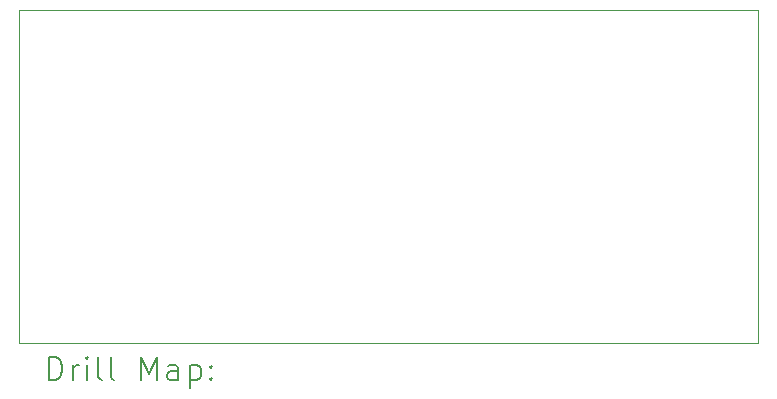
<source format=gbr>
%FSLAX45Y45*%
G04 Gerber Fmt 4.5, Leading zero omitted, Abs format (unit mm)*
G04 Created by KiCad (PCBNEW (6.0.1)) date 2023-01-17 21:15:09*
%MOMM*%
%LPD*%
G01*
G04 APERTURE LIST*
%TA.AperFunction,Profile*%
%ADD10C,0.100000*%
%TD*%
%ADD11C,0.200000*%
G04 APERTURE END LIST*
D10*
X11160000Y-5920000D02*
X17420000Y-5920000D01*
X17420000Y-5920000D02*
X17420000Y-8740000D01*
X17420000Y-8740000D02*
X11160000Y-8740000D01*
X11160000Y-8740000D02*
X11160000Y-5920000D01*
D11*
X11412619Y-9055476D02*
X11412619Y-8855476D01*
X11460238Y-8855476D01*
X11488809Y-8865000D01*
X11507857Y-8884048D01*
X11517381Y-8903095D01*
X11526905Y-8941190D01*
X11526905Y-8969762D01*
X11517381Y-9007857D01*
X11507857Y-9026905D01*
X11488809Y-9045952D01*
X11460238Y-9055476D01*
X11412619Y-9055476D01*
X11612619Y-9055476D02*
X11612619Y-8922143D01*
X11612619Y-8960238D02*
X11622143Y-8941190D01*
X11631667Y-8931667D01*
X11650714Y-8922143D01*
X11669762Y-8922143D01*
X11736428Y-9055476D02*
X11736428Y-8922143D01*
X11736428Y-8855476D02*
X11726905Y-8865000D01*
X11736428Y-8874524D01*
X11745952Y-8865000D01*
X11736428Y-8855476D01*
X11736428Y-8874524D01*
X11860238Y-9055476D02*
X11841190Y-9045952D01*
X11831667Y-9026905D01*
X11831667Y-8855476D01*
X11965000Y-9055476D02*
X11945952Y-9045952D01*
X11936428Y-9026905D01*
X11936428Y-8855476D01*
X12193571Y-9055476D02*
X12193571Y-8855476D01*
X12260238Y-8998333D01*
X12326905Y-8855476D01*
X12326905Y-9055476D01*
X12507857Y-9055476D02*
X12507857Y-8950714D01*
X12498333Y-8931667D01*
X12479286Y-8922143D01*
X12441190Y-8922143D01*
X12422143Y-8931667D01*
X12507857Y-9045952D02*
X12488809Y-9055476D01*
X12441190Y-9055476D01*
X12422143Y-9045952D01*
X12412619Y-9026905D01*
X12412619Y-9007857D01*
X12422143Y-8988810D01*
X12441190Y-8979286D01*
X12488809Y-8979286D01*
X12507857Y-8969762D01*
X12603095Y-8922143D02*
X12603095Y-9122143D01*
X12603095Y-8931667D02*
X12622143Y-8922143D01*
X12660238Y-8922143D01*
X12679286Y-8931667D01*
X12688809Y-8941190D01*
X12698333Y-8960238D01*
X12698333Y-9017381D01*
X12688809Y-9036429D01*
X12679286Y-9045952D01*
X12660238Y-9055476D01*
X12622143Y-9055476D01*
X12603095Y-9045952D01*
X12784048Y-9036429D02*
X12793571Y-9045952D01*
X12784048Y-9055476D01*
X12774524Y-9045952D01*
X12784048Y-9036429D01*
X12784048Y-9055476D01*
X12784048Y-8931667D02*
X12793571Y-8941190D01*
X12784048Y-8950714D01*
X12774524Y-8941190D01*
X12784048Y-8931667D01*
X12784048Y-8950714D01*
M02*

</source>
